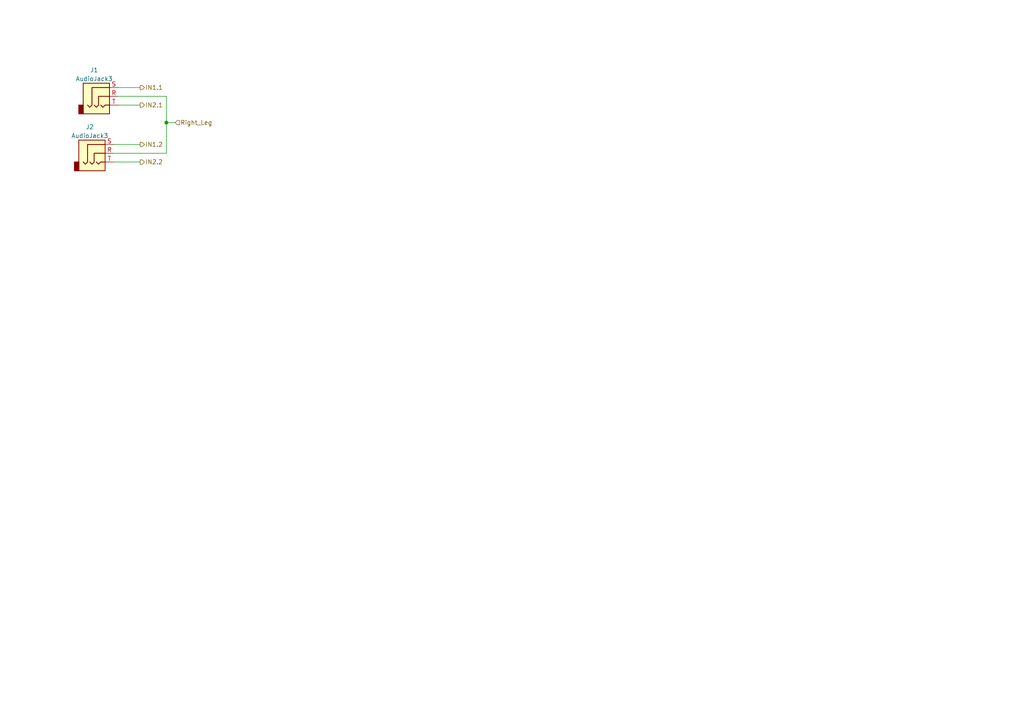
<source format=kicad_sch>
(kicad_sch (version 20230121) (generator eeschema)
  (paper "A4")
  (lib_symbols
    (symbol "Connector_Audio:AudioJack3"
      (property "Reference" "J" (at 0 8.89 0))
      (property "Value" "AudioJack3" (at 0 6.35 0))
      (symbol "AudioJack3_0_1"
        (rectangle (start -5.08 -5.08) (end -6.35 -2.54) (stroke (width 0.254)) (fill (type outline)))
        (polyline (pts (xy 0 -2.54) (xy 0.635 -3.175) (xy 1.27 -2.54) (xy 2.54 -2.54)) (stroke (width 0.254)))
        (polyline (pts (xy -1.905 -2.54) (xy -1.27 -3.175) (xy -0.635 -2.54) (xy -0.635 0) (xy 2.54 0)) (stroke (width 0.254)))
        (polyline (pts (xy 2.54 2.54) (xy -2.54 2.54) (xy -2.54 -2.54) (xy -3.175 -3.175) (xy -3.81 -2.54)) (stroke (width 0.254)))
        (rectangle (start 2.54 3.81) (end -5.08 -5.08) (stroke (width 0.254)) (fill (type background)))
      )
      (symbol "AudioJack3_1_1"
        (pin passive line (at 5.08 0 180) (length 2.54) (name "~") (number "R"))
        (pin passive line (at 5.08 2.54 180) (length 2.54) (name "~") (number "S"))
        (pin passive line (at 5.08 -2.54 180) (length 2.54) (name "~") (number "T"))
      )
    )
  )
  (junction (at 48.26 35.56))
  (wire (pts (xy 48.26 44.45) (xy 48.26 35.56)))
  (wire (pts (xy 33.02 44.45) (xy 48.26 44.45)))
  (wire (pts (xy 33.02 41.91) (xy 40.64 41.91)))
  (wire (pts (xy 34.29 27.94) (xy 48.26 27.94)))
  (wire (pts (xy 33.02 46.99) (xy 40.64 46.99)))
  (wire (pts (xy 34.29 30.48) (xy 40.64 30.48)))
  (wire (pts (xy 48.26 35.56) (xy 48.26 27.94)))
  (wire (pts (xy 48.26 35.56) (xy 50.8 35.56)))
  (wire (pts (xy 34.29 25.4) (xy 40.64 25.4)))
  (hierarchical_label "Right_Leg" (shape input) (at 50.8 35.56 0))
  (hierarchical_label "IN1.2" (shape output) (at 40.64 41.91 0))
  (hierarchical_label "IN2.2" (shape output) (at 40.64 46.99 0))
  (hierarchical_label "IN2.1" (shape output) (at 40.64 30.48 0))
  (hierarchical_label "IN1.1" (shape output) (at 40.64 25.4 0))
  (symbol (lib_id "Connector_Audio:AudioJack3") (at 29.21 27.94 0) (unit 1)
    (property "Reference" "J1" (at 27.305 20.32 0))
    (property "Value" "AudioJack3" (at 27.305 22.86 0))
    (property "Footprint" "Connector_Audio:Jack_3.5mm_CUI_SJ-3523-SMT_Horizontal" (effects hide))
    (instances (project "Quest_EMG_V2" (path "" (reference "J1") (unit 1))) (project "Quest_EMG" (path "" (reference "J4") (unit 1))))
  )
  (symbol (lib_id "Connector_Audio:AudioJack3") (at 27.94 44.45 0) (unit 1)
    (property "Reference" "J2" (at 26.035 36.83 0))
    (property "Value" "AudioJack3" (at 26.035 39.37 0))
    (property "Footprint" "Connector_Audio:Jack_3.5mm_CUI_SJ-3523-SMT_Horizontal" (effects hide))
    (instances (project "Quest_EMG_V2" (path "" (reference "J2") (unit 1))) (project "Quest_EMG" (path "" (reference "J3") (unit 1))))
  )
)
</source>
